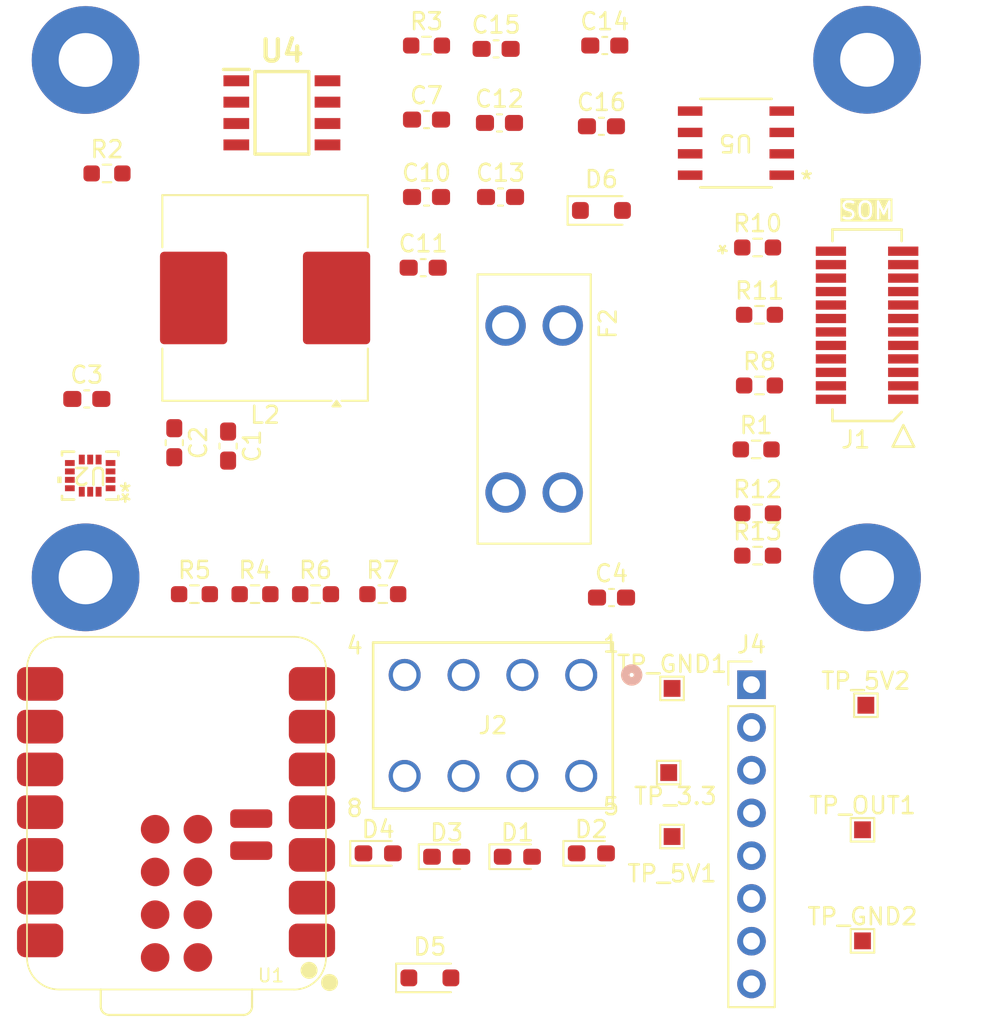
<source format=kicad_pcb>
(kicad_pcb (version 20241229) (generator "pcbnew") (generator_version "9.0")
  (layers (0 "F.Cu" signal) (2 "B.Cu" signal) (13 "F.Paste" user) (15 "B.Paste" user) (5 "F.SilkS" user "F.Silkscreen") (7 "B.SilkS" user "B.Silkscreen") (1 "F.Mask" user) (3 "B.Mask" user) (25 "Edge.Cuts" user))
  (net 0 "")
  (net 1 "+3.3V")
  (net 2 "GND")
  (net 3 "Net-(C4-Pad1)")
  (net 4 "+24V")
  (net 5 "Net-(U4-SS)")
  (net 6 "Net-(U4-COMP)")
  (net 7 "Net-(C12-Pad2)")
  (net 8 "Net-(D6-K)")
  (net 9 "Net-(U4-BOOT)")
  (net 10 "+5V")
  (net 11 "Net-(D1-K)")
  (net 12 "Net-(D2-K)")
  (net 13 "Net-(D3-K)")
  (net 14 "Net-(D4-K)")
  (net 15 "/XIAO_HEARTBEAT_LED")
  (net 16 "Net-(D5-K)")
  (net 17 "Net-(F2-Pad2)")
  (net 18 "/CAN_L")
  (net 19 "/IMU_SPI_CLK")
  (net 22 "/ESP_SPI_CLK")
  (net 23 "/ESP_SPI_MISO")
  (net 24 "/IMU_SPI_SS")
  (net 25 "/IMU_INT1")
  (net 26 "/ESP_SPI_MOSI")
  (net 27 "/EXTRA_GPIO1")
  (net 28 "/IMU_INT2")
  (net 32 "/CAN_H")
  (net 34 "/EXTRA_GPIO2")
  (net 36 "/IMU_SPI_MISO")
  (net 41 "/HALL_OUT")
  (net 42 "/ESP_SPI_SS")
  (net 48 "/24v to 5v convertor/ROSC")
  (net 49 "Net-(R10-Pad1)")
  (net 50 "Net-(R11-Pad1)")
  (net 51 "+5V_BUCK")
  (net 55 "/ESP_UART_TX")
  (net 64 "/ESP_UART_RX")
  (net 70 "/HALL_FEEDBACK")
  (net 71 "/IMU_SPI_MOSI")
  (footprint "ASM330LHHTR-IMU:LGA-14L_2P5X3X0P83_STM" (layer "F.Cu") (at 82.6 88.3563 180)
    (property "Reference" "U2" (at 0 0 180) (layer "F.SilkS"))
    (property "Value" "ASM330LHHTR")
    (fp_line (start 1.6764 1.4224) (end 1.6764 1.207015) (stroke (width 0.1524)) (layer "F.SilkS"))
    (fp_line (start 1.6764 -1.207015) (end 1.6764 -1.4224) (stroke (width 0.1524)) (layer "F.SilkS"))
    (fp_line (start 1.6764 -1.4224) (end 0.957013 -1.4224) (stroke (width 0.1524)) (layer "F.SilkS"))
    (fp_line (start 0.957013 1.4224) (end 1.6764 1.4224) (stroke (width 0.1524)) (layer "F.SilkS"))
    (fp_line (start -0.957013 -1.4224) (end -1.6764 -1.4224) (stroke (width 0.1524)) (layer "F.SilkS"))
    (fp_line (start -1.6764 1.4224) (end -0.957013 1.4224) (stroke (width 0.1524)) (layer "F.SilkS"))
    (fp_line (start -1.6764 1.207015) (end -1.6764 1.4224) (stroke (width 0.1524)) (layer "F.SilkS"))
    (fp_line (start -1.6764 -1.4224) (end -1.6764 -1.207015) (stroke (width 0.1524)) (layer "F.SilkS"))
    (fp_poly (pts (xy 1.9558 -0.4405) (xy 1.9558 -0.059499) (xy 1.7018 -0.059499) (xy 1.7018 -0.4405)) (fill yes) (layer "F.SilkS"))
    (fp_text user "*" (at -2.0828 -1 180) (layer "F.SilkS"))
    (fp_text user "*" (at -2.0828 -1 0) (layer "F.SilkS"))
    (pad "1" smd rect (at -1.2103 -0.750001 270) (size 0.351536 0.57658) (layers "F.Cu" "F.Mask" "F.Paste") (net 36 "/IMU_SPI_MISO"))
    (pad "2" smd rect (at -1.2103 -0.25 270) (size 0.351536 0.57658) (layers "F.Cu" "F.Mask" "F.Paste") (net 2 "GND"))
    (pad "3" smd rect (at -1.2103 0.25 270) (size 0.351536 0.57658) (layers "F.Cu" "F.Mask" "F.Paste") (net 2 "GND"))
    (pad "4" smd rect (at -1.2103 0.750001 270) (size 0.351536 0.57658) (layers "F.Cu" "F.Mask" "F.Paste") (net 25 "/IMU_INT1"))
    (pad "5" smd rect (at -0.499999 0.9563 180) (size 0.351536 0.57658) (layers "F.Cu" "F.Mask" "F.Paste") (net 1 "+3.3V"))
    (pad "6" smd rect (at 0 0.9563 180) (size 0.351536 0.57658) (layers "F.Cu" "F.Mask" "F.Paste") (net 2 "GND"))
    (pad "7" smd rect (at 0.499999 0.9563 180) (size 0.351536 0.57658) (layers "F.Cu" "F.Mask" "F.Paste") (net 2 "GND"))
    (pad "8" smd rect (at 1.2103 0.750001 270) (size 0.351536 0.57658) (layers "F.Cu" "F.Mask" "F.Paste") (net 1 "+3.3V"))
    (pad "9" smd rect (at 1.2103 0.25 270) (size 0.351536 0.57658) (layers "F.Cu" "F.Mask" "F.Paste") (net 28 "/IMU_INT2"))
    (pad "10" smd rect (at 1.2103 -0.25 270) (size 0.351536 0.57658) (layers "F.Cu" "F.Mask" "F.Paste"))
    (pad "11" smd rect (at 1.2103 -0.750001 270) (size 0.351536 0.57658) (layers "F.Cu" "F.Mask" "F.Paste"))
    (pad "12" smd rect (at 0.499999 -0.9563 180) (size 0.351536 0.57658) (layers "F.Cu" "F.Mask" "F.Paste") (net 24 "/IMU_SPI_SS"))
    (pad "13" smd rect (at 0 -0.9563 180) (size 0.351536 0.57658) (layers "F.Cu" "F.Mask" "F.Paste") (net 19 "/IMU_SPI_CLK"))
    (pad "14" smd rect (at -0.499999 -0.9563 180) (size 0.351536 0.57658) (layers "F.Cu" "F.Mask" "F.Paste") (net 71 "/IMU_SPI_MOSI"))
  )
  (footprint "Resistor_SMD:R_0603_1608Metric_Pad0.98x0.95mm_HandSolder" (layer "F.Cu") (at 96 95.4)
    (property "Reference" "R6" (at 0 -1.43 0) (layer "F.SilkS"))
    (property "Value" "1.5k")
    (fp_line (start -0.254724 -0.5225) (end 0.254724 -0.5225) (stroke (width 0.12)) (layer "F.SilkS"))
    (fp_line (start -0.254724 0.5225) (end 0.254724 0.5225) (stroke (width 0.12)) (layer "F.SilkS"))
    (pad "1" smd roundrect (at -0.9125 0) (size 0.975 0.95) (layers "F.Cu" "F.Mask" "F.Paste") (net 11 "Net-(D1-K)"))
    (pad "2" smd roundrect (at 0.9125 0) (size 0.975 0.95) (layers "F.Cu" "F.Mask" "F.Paste") (net 2 "GND"))
  )
  (footprint "Inductor_SMD:L_Coilcraft_MSS1246-XXX" (layer "F.Cu") (at 93 77.8 180)
    (property "Reference" "L2" (at 0 -6.95 0) (layer "F.SilkS"))
    (property "Value" "100uH")
    (fp_line (start 6.11 6.11) (end -6.11 6.11) (stroke (width 0.12)) (layer "F.SilkS"))
    (fp_line (start 6.11 3.01) (end 6.11 6.11) (stroke (width 0.12)) (layer "F.SilkS"))
    (fp_line (start 6.11 -6.11) (end 6.11 -3.01) (stroke (width 0.12)) (layer "F.SilkS"))
    (fp_line (start -3.953 -6.11) (end 6.11 -6.11) (stroke (width 0.12)) (layer "F.SilkS"))
    (fp_line (start -6.11 6.11) (end -6.11 3.01) (stroke (width 0.12)) (layer "F.SilkS"))
    (fp_line (start -6.11 -3.01) (end -6.11 -6.11) (stroke (width 0.12)) (layer "F.SilkS"))
    (fp_line (start -6.11 -6.11) (end -4.547 -6.11) (stroke (width 0.12)) (layer "F.SilkS"))
    (fp_poly (pts (xy -4.25 -6.11) (xy -4.49 -6.44) (xy -4.01 -6.44)) (stroke (width 0.12)) (fill yes) (layer "F.SilkS"))
    (pad "1" smd roundrect (at -4.25 0 180) (size 4 5.5) (layers "F.Cu" "F.Mask" "F.Paste") (roundrect_rratio 0.0625) (net 8 "Net-(D6-K)"))
    (pad "2" smd roundrect (at 4.25 0 180) (size 4 5.5) (layers "F.Cu" "F.Mask" "F.Paste") (roundrect_rratio 0.0625) (net 10 "+5V"))
  )
  (footprint "Resistor_SMD:R_0603_1608Metric_Pad0.98x0.95mm_HandSolder" (layer "F.Cu") (at 122.2875 74.8)
    (property "Reference" "R10" (at 0 -1.43 0) (layer "F.SilkS"))
    (property "Value" "10k")
    (fp_line (start -0.254724 -0.5225) (end 0.254724 -0.5225) (stroke (width 0.12)) (layer "F.SilkS"))
    (fp_line (start -0.254724 0.5225) (end 0.254724 0.5225) (stroke (width 0.12)) (layer "F.SilkS"))
    (pad "1" smd roundrect (at -0.9125 0) (size 0.975 0.95) (layers "F.Cu" "F.Mask" "F.Paste") (net 49 "Net-(R10-Pad1)"))
    (pad "2" smd roundrect (at 0.9125 0) (size 0.975 0.95) (layers "F.Cu" "F.Mask" "F.Paste") (net 19 "/IMU_SPI_CLK"))
  )
  (footprint "Resistor_SMD:R_0603_1608Metric_Pad0.98x0.95mm_HandSolder" (layer "F.Cu") (at 100 95.4)
    (property "Reference" "R7" (at 0 -1.43 0) (layer "F.SilkS"))
    (property "Value" "1.5k")
    (fp_line (start -0.254724 -0.5225) (end 0.254724 -0.5225) (stroke (width 0.12)) (layer "F.SilkS"))
    (fp_line (start -0.254724 0.5225) (end 0.254724 0.5225) (stroke (width 0.12)) (layer "F.SilkS"))
    (pad "1" smd roundrect (at -0.9125 0) (size 0.975 0.95) (layers "F.Cu" "F.Mask" "F.Paste") (net 12 "Net-(D2-K)"))
    (pad "2" smd roundrect (at 0.9125 0) (size 0.975 0.95) (layers "F.Cu" "F.Mask" "F.Paste") (net 2 "GND"))
  )
  (footprint "Resistor_SMD:R_0603_1608Metric_Pad0.98x0.95mm_HandSolder" (layer "F.Cu") (at 83.6 70.4)
    (property "Reference" "R2" (at 0 -1.43 0) (layer "F.SilkS"))
    (property "Value" "ROSC")
    (fp_line (start -0.254724 -0.5225) (end 0.254724 -0.5225) (stroke (width 0.12)) (layer "F.SilkS"))
    (fp_line (start -0.254724 0.5225) (end 0.254724 0.5225) (stroke (width 0.12)) (layer "F.SilkS"))
    (pad "1" smd roundrect (at -0.9125 0) (size 0.975 0.95) (layers "F.Cu" "F.Mask" "F.Paste") (net 48 "/24v to 5v convertor/ROSC"))
    (pad "2" smd roundrect (at 0.9125 0) (size 0.975 0.95) (layers "F.Cu" "F.Mask" "F.Paste") (net 2 "GND"))
  )
  (footprint "Resistor_SMD:R_0603_1608Metric_Pad0.98x0.95mm_HandSolder" (layer "F.Cu") (at 122.4 78.8)
    (property "Reference" "R11" (at 0 -1.43 0) (layer "F.SilkS"))
    (property "Value" "10k")
    (fp_line (start -0.254724 -0.5225) (end 0.254724 -0.5225) (stroke (width 0.12)) (layer "F.SilkS"))
    (fp_line (start -0.254724 0.5225) (end 0.254724 0.5225) (stroke (width 0.12)) (layer "F.SilkS"))
    (pad "1" smd roundrect (at -0.9125 0) (size 0.975 0.95) (layers "F.Cu" "F.Mask" "F.Paste") (net 50 "Net-(R11-Pad1)"))
    (pad "2" smd roundrect (at 0.9125 0) (size 0.975 0.95) (layers "F.Cu" "F.Mask" "F.Paste") (net 19 "/IMU_SPI_CLK"))
  )
  (footprint "Capacitor_SMD:C_0603_1608Metric_Pad1.08x0.95mm_HandSolder" (layer "F.Cu") (at 106.9375 67.4)
    (property "Reference" "C12" (at 0 -1.43 0) (layer "F.SilkS"))
    (property "Value" "3.3nF")
    (fp_line (start -0.146267 -0.51) (end 0.146267 -0.51) (stroke (width 0.12)) (layer "F.SilkS"))
    (fp_line (start -0.146267 0.51) (end 0.146267 0.51) (stroke (width 0.12)) (layer "F.SilkS"))
    (pad "1" smd roundrect (at -0.8625 0) (size 1.075 0.95) (layers "F.Cu" "F.Mask" "F.Paste") (net 6 "Net-(U4-COMP)"))
    (pad "2" smd roundrect (at 0.8625 0) (size 1.075 0.95) (layers "F.Cu" "F.Mask" "F.Paste") (net 7 "Net-(C12-Pad2)"))
  )
  (footprint "Capacitor_SMD:C_0603_1608Metric_Pad1.08x0.95mm_HandSolder" (layer "F.Cu") (at 106.7375 63)
    (property "Reference" "C15" (at 0 -1.43 0) (layer "F.SilkS"))
    (property "Value" "10uF")
    (fp_line (start -0.146267 -0.51) (end 0.146267 -0.51) (stroke (width 0.12)) (layer "F.SilkS"))
    (fp_line (start -0.146267 0.51) (end 0.146267 0.51) (stroke (width 0.12)) (layer "F.SilkS"))
    (pad "1" smd roundrect (at -0.8625 0) (size 1.075 0.95) (layers "F.Cu" "F.Mask" "F.Paste") (net 10 "+5V"))
    (pad "2" smd roundrect (at 0.8625 0) (size 1.075 0.95) (layers "F.Cu" "F.Mask" "F.Paste") (net 2 "GND"))
  )
  (footprint "Capacitor_SMD:C_0603_1608Metric_Pad1.08x0.95mm_HandSolder" (layer "F.Cu") (at 113.2 62.8)
    (property "Reference" "C14" (at 0 -1.43 0) (layer "F.SilkS"))
    (property "Value" "10uF")
    (fp_line (start -0.146267 -0.51) (end 0.146267 -0.51) (stroke (width 0.12)) (layer "F.SilkS"))
    (fp_line (start -0.146267 0.51) (end 0.146267 0.51) (stroke (width 0.12)) (layer "F.SilkS"))
    (pad "1" smd roundrect (at -0.8625 0) (size 1.075 0.95) (layers "F.Cu" "F.Mask" "F.Paste") (net 10 "+5V"))
    (pad "2" smd roundrect (at 0.8625 0) (size 1.075 0.95) (layers "F.Cu" "F.Mask" "F.Paste") (net 2 "GND"))
  )
  (footprint "TestPoint:TestPoint_Pad_1.0x1.0mm" (layer "F.Cu") (at 128.725 102)
    (property "Reference" "TP_5V2" (at 0 -1.448 0) (layer "F.SilkS"))
    (property "Value" "HallPad")
    (fp_line (start -0.7 -0.7) (end 0.7 -0.7) (stroke (width 0.12)) (layer "F.SilkS"))
    (fp_line (start -0.7 0.7) (end -0.7 -0.7) (stroke (width 0.12)) (layer "F.SilkS"))
    (fp_line (start 0.7 -0.7) (end 0.7 0.7) (stroke (width 0.12)) (layer "F.SilkS"))
    (fp_line (start 0.7 0.7) (end -0.7 0.7) (stroke (width 0.12)) (layer "F.SilkS"))
    (pad "1" smd rect (at 0 0) (size 1 1) (layers "F.Cu" "F.Mask") (net 17 "Net-(F2-Pad2)"))
  )
  (footprint "Resistor_SMD:R_0603_1608Metric_Pad0.98x0.95mm_HandSolder" (layer "F.Cu") (at 122.2 86.8)
    (property "Reference" "R1" (at 0 -1.43 0) (layer "F.SilkS"))
    (property "Value" "10k")
    (fp_line (start -0.254724 -0.5225) (end 0.254724 -0.5225) (stroke (width 0.12)) (layer "F.SilkS"))
    (fp_line (start -0.254724 0.5225) (end 0.254724 0.5225) (stroke (width 0.12)) (layer "F.SilkS"))
    (pad "1" smd roundrect (at -0.9125 0) (size 0.975 0.95) (layers "F.Cu" "F.Mask" "F.Paste") (net 25 "/IMU_INT1"))
    (pad "2" smd roundrect (at 0.9125 0) (size 0.975 0.95) (layers "F.Cu" "F.Mask" "F.Paste") (net 2 "GND"))
  )
  (footprint "Resistor_SMD:R_0603_1608Metric_Pad0.98x0.95mm_HandSolder" (layer "F.Cu") (at 122.4 83)
    (property "Reference" "R8" (at 0 -1.43 0) (layer "F.SilkS"))
    (property "Value" "10k")
    (fp_line (start -0.254724 -0.5225) (end 0.254724 -0.5225) (stroke (width 0.12)) (layer "F.SilkS"))
    (fp_line (start -0.254724 0.5225) (end 0.254724 0.5225) (stroke (width 0.12)) (layer "F.SilkS"))
    (pad "1" smd roundrect (at -0.9125 0) (size 0.975 0.95) (layers "F.Cu" "F.Mask" "F.Paste") (net 28 "/IMU_INT2"))
    (pad "2" smd roundrect (at 0.9125 0) (size 0.975 0.95) (layers "F.Cu" "F.Mask" "F.Paste") (net 2 "GND"))
  )
  (footprint "Resistor_SMD:R_0603_1608Metric_Pad0.98x0.95mm_HandSolder" (layer "F.Cu") (at 88.8 95.4)
    (property "Reference" "R5" (at 0 -1.43 0) (layer "F.SilkS"))
    (property "Value" "1.5k")
    (fp_line (start -0.254724 -0.5225) (end 0.254724 -0.5225) (stroke (width 0.12)) (layer "F.SilkS"))
    (fp_line (start -0.254724 0.5225) (end 0.254724 0.5225) (stroke (width 0.12)) (layer "F.SilkS"))
    (pad "1" smd roundrect (at -0.9125 0) (size 0.975 0.95) (layers "F.Cu" "F.Mask" "F.Paste") (net 14 "Net-(D4-K)"))
    (pad "2" smd roundrect (at 0.9125 0) (size 0.975 0.95) (layers "F.Cu" "F.Mask" "F.Paste") (net 2 "GND"))
  )
  (footprint "TestPoint:TestPoint_Pad_1.0x1.0mm" (layer "F.Cu") (at 128.525 109.4)
    (property "Reference" "TP_OUT1" (at 0 -1.448 0) (layer "F.SilkS"))
    (property "Value" "HallPad")
    (fp_line (start -0.7 -0.7) (end 0.7 -0.7) (stroke (width 0.12)) (layer "F.SilkS"))
    (fp_line (start -0.7 0.7) (end -0.7 -0.7) (stroke (width 0.12)) (layer "F.SilkS"))
    (fp_line (start 0.7 -0.7) (end 0.7 0.7) (stroke (width 0.12)) (layer "F.SilkS"))
    (fp_line (start 0.7 0.7) (end -0.7 0.7) (stroke (width 0.12)) (layer "F.SilkS"))
    (pad "1" smd rect (at 0 0) (size 1 1) (layers "F.Cu" "F.Mask") (net 41 "/HALL_OUT"))
  )
  (footprint "TLV9002QDRQ1:SOIC8_D_TEX" (layer "F.Cu") (at 121 68.6 180)
    (property "Reference" "U5" (at 0 0 180) (layer "F.SilkS"))
    (property "Value" "TLV9002QDRQ1")
    (fp_line (start 2.1209 -2.6289) (end -2.1209 -2.6289) (stroke (width 0.1524)) (layer "F.SilkS"))
    (fp_line (start -2.1209 2.6289) (end 2.1209 2.6289) (stroke (width 0.1524)) (layer "F.SilkS"))
    (pad "1" smd rect (at -2.72415 -1.905 180) (size 1.4605 0.5588) (layers "F.Cu" "F.Mask" "F.Paste") (net 70 "/HALL_FEEDBACK"))
    (pad "2" smd rect (at -2.72415 -0.635 180) (size 1.4605 0.5588) (layers "F.Cu" "F.Mask" "F.Paste") (net 41 "/HALL_OUT"))
    (pad "3" smd rect (at -2.72415 0.635 180) (size 1.4605 0.5588) (layers "F.Cu" "F.Mask" "F.Paste"))
    (pad "4" smd rect (at -2.72415 1.905 180) (size 1.4605 0.5588) (layers "F.Cu" "F.Mask" "F.Paste"))
    (pad "5" smd rect (at 2.72415 1.905 180) (size 1.4605 0.5588) (layers "F.Cu" "F.Mask" "F.Paste") (net 70 "/HALL_FEEDBACK"))
    (pad "6" smd rect (at 2.72415 0.635 180) (size 1.4605 0.5588) (layers "F.Cu" "F.Mask" "F.Paste"))
    (pad "7" smd rect (at 2.72415 -0.635 180) (size 1.4605 0.5588) (layers "F.Cu" "F.Mask" "F.Paste") (net 2 "GND"))
    (pad "8" smd rect (at 2.72415 -1.905 180) (size 1.4605 0.5588) (layers "F.Cu" "F.Mask" "F.Paste") (net 1 "+3.3V"))
  )
  (footprint "TestPoint:TestPoint_Pad_1.0x1.0mm" (layer "F.Cu") (at 117.2 101)
    (property "Reference" "TP_GND1" (at 0 -1.448 0) (layer "F.SilkS"))
    (property "Value" "TestPoint" (hide yes))
    (fp_line (start -0.7 -0.7) (end 0.7 -0.7) (stroke (width 0.12)) (layer "F.SilkS"))
    (fp_line (start -0.7 0.7) (end -0.7 -0.7) (stroke (width 0.12)) (layer "F.SilkS"))
    (fp_line (start 0.7 -0.7) (end 0.7 0.7) (stroke (width 0.12)) (layer "F.SilkS"))
    (fp_line (start 0.7 0.7) (end -0.7 0.7) (stroke (width 0.12)) (layer "F.SilkS"))
    (pad "1" smd rect (at 0 0) (size 1 1) (layers "F.Cu" "F.Mask") (net 2 "GND"))
  )
  (footprint "Capacitor_SMD:C_0603_1608Metric_Pad1.08x0.95mm_HandSolder" (layer "F.Cu") (at 87.6 86.4 -90)
    (property "Reference" "C2" (at 0 -1.43 90) (layer "F.SilkS"))
    (property "Value" "100nf")
    (fp_line (start -0.146267 0.51) (end 0.146267 0.51) (stroke (width 0.12)) (layer "F.SilkS"))
    (fp_line (start -0.146267 -0.51) (end 0.146267 -0.51) (stroke (width 0.12)) (layer "F.SilkS"))
    (pad "1" smd roundrect (at -0.8625 0 270) (size 1.075 0.95) (layers "F.Cu" "F.Mask" "F.Paste") (net 1 "+3.3V"))
    (pad "2" smd roundrect (at 0.8625 0 270) (size 1.075 0.95) (layers "F.Cu" "F.Mask" "F.Paste") (net 2 "GND"))
  )
  (footprint "TestPoint:TestPoint_Pad_1.0x1.0mm" (layer "F.Cu") (at 117.2 109.8)
    (property "Reference" "TP_5V1" (at 0 2.2 0) (layer "F.SilkS"))
    (property "Value" "TestPoint" (hide yes))
    (fp_line (start -0.7 -0.7) (end 0.7 -0.7) (stroke (width 0.12)) (layer "F.SilkS"))
    (fp_line (start -0.7 0.7) (end -0.7 -0.7) (stroke (width 0.12)) (layer "F.SilkS"))
    (fp_line (start 0.7 -0.7) (end 0.7 0.7) (stroke (width 0.12)) (layer "F.SilkS"))
    (fp_line (start 0.7 0.7) (end -0.7 0.7) (stroke (width 0.12)) (layer "F.SilkS"))
    (pad "1" smd rect (at 0 0) (size 1 1) (layers "F.Cu" "F.Mask") (net 10 "+5V"))
  )
  (footprint "Diode_SMD:D_SOD-323_HandSoldering" (layer "F.Cu") (at 113 72.6)
    (property "Reference" "D6" (at 0 -1.85 0) (layer "F.SilkS"))
    (property "Value" "MBR230S1F")
    (fp_line (start -2.01 -0.85) (end -2.01 0.85) (stroke (width 0.12)) (layer "F.SilkS"))
    (fp_line (start -2.01 -0.85) (end 1.25 -0.85) (stroke (width 0.12)) (layer "F.SilkS"))
    (fp_line (start -2.01 0.85) (end 1.25 0.85) (stroke (width 0.12)) (layer "F.SilkS"))
    (pad "1" smd roundrect (at -1.25 0) (size 1 1) (layers "F.Cu" "F.Mask" "F.Paste") (net 8 "Net-(D6-K)"))
    (pad "2" smd roundrect (at 1.25 0) (size 1 1) (layers "F.Cu" "F.Mask" "F.Paste") (net 2 "GND"))
  )
  (footprint "UTSVT_Connectors:PeripheralSOM" (layer "F.Cu") (at 128.795 79.42 -90)
    (property "Reference" "J1" (at 6.8 0.67 0) (layer "F.SilkS"))
    (property "Value" "53307-2471")
    (fp_line (start -5.6896 2.0574) (end -5.6896 -2.0574) (stroke (width 0.1524)) (layer "F.SilkS"))
    (fp_line (start -5.0038 2.0574) (end -5.6896 2.0574) (stroke (width 0.1524)) (layer "F.SilkS"))
    (fp_line (start 5.6896 2.0574) (end 5.0038 2.0574) (stroke (width 0.1524)) (layer "F.SilkS"))
    (fp_line (start 7.2136 -1.524) (end 5.9436 -2.159) (stroke (width 0.1524)) (layer "F.SilkS"))
    (fp_line (start 5.6896 -1.5494) (end 5.6896 2.0574) (stroke (width 0.1524)) (layer "F.SilkS"))
    (fp_line (start -5.6896 -2.0574) (end -5.0038 -2.0574) (stroke (width 0.1524)) (layer "F.SilkS"))
    (fp_line (start 5.1562 -2.0574) (end 5.6896 -1.5494) (stroke (width 0.1524)) (layer "F.SilkS"))
    (fp_line (start 5.9436 -2.159) (end 7.2136 -2.794) (stroke (width 0.1524)) (layer "F.SilkS"))
    (fp_line (start 7.2136 -2.794) (end 7.2136 -1.524) (stroke (width 0.1524)) (layer "F.SilkS"))
    (fp_text user "SOM" (at -6.22 1.68 0) (layer "F.SilkS" knockout) (effects (justify left bottom)))
    (pad "1" smd rect (at 4.4 -2.15 270) (size 0.55 1.8) (layers "F.Cu" "F.Mask" "F.Paste") (net 2 "GND"))
    (pad "2" smd rect (at 4.4 2.15 270) (size 0.55 1.8) (layers "F.Cu" "F.Mask" "F.Paste") (net 1 "+3.3V"))
    (pad "3" smd rect (at 3.6 -2.15 270) (size 0.55 1.8) (layers "F.Cu" "F.Mask" "F.Paste") (net 2 "GND"))
    (pad "4" smd rect (at 3.6 2.15 270) (size 0.55 1.8) (layers "F.Cu" "F.Mask" "F.Paste") (net 64 "/ESP_UART_RX"))
    (pad "5" smd rect (at 2.8 -2.15 270) (size 0.55 1.8) (layers "F.Cu" "F.Mask" "F.Paste") (net 2 "GND"))
    (pad "6" smd rect (at 2.8 2.15 270) (size 0.55 1.8) (layers "F.Cu" "F.Mask" "F.Paste") (net 55 "/ESP_UART_TX"))
    (pad "7" smd rect (at 2 -2.15 270) (size 0.55 1.8) (layers "F.Cu" "F.Mask" "F.Paste") (net 27 "/EXTRA_GPIO1"))
    (pad "8" smd rect (at 2 2.15 270) (size 0.55 1.8) (layers "F.Cu" "F.Mask" "F.Paste") (net 1 "+3.3V"))
    (pad "9" smd rect (at 1.2 -2.15 270) (size 0.55 1.8) (layers "F.Cu" "F.Mask" "F.Paste") (net 34 "/EXTRA_GPIO2"))
    (pad "10" smd rect (at 1.2 2.15 270) (size 0.55 1.8) (layers "F.Cu" "F.Mask" "F.Paste") (net 2 "GND"))
    (pad "11" smd rect (at 0.400003 -2.15 270) (size 0.55 1.8) (layers "F.Cu" "F.Mask" "F.Paste") (net 41 "/HALL_OUT"))
    (pad "12" smd rect (at 0.400003 2.15 270) (size 0.55 1.8) (layers "F.Cu" "F.Mask" "F.Paste") (net 42 "/ESP_SPI_SS"))
    (pad "13" smd rect (at -0.4 -2.15 270) (size 0.55 1.8) (layers "F.Cu" "F.Mask" "F.Paste") (net 25 "/IMU_INT1"))
    (pad "14" smd rect (at -0.4 2.15 270) (size 0.55 1.8) (layers "F.Cu" "F.Mask" "F.Paste") (net 23 "/ESP_SPI_MISO"))
    (pad "15" smd rect (at -1.2 -2.15 270) (size 0.55 1.8) (layers "F.Cu" "F.Mask" "F.Paste") (net 28 "/IMU_INT2"))
    (pad "16" smd rect (at -1.2 2.15 270) (size 0.55 1.8) (layers "F.Cu" "F.Mask" "F.Paste") (net 26 "/ESP_SPI_MOSI"))
    (pad "17" smd rect (at -2 -2.15 270) (size 0.55 1.8) (layers "F.Cu" "F.Mask" "F.Paste") (net 71 "/IMU_SPI_MOSI"))
    (pad "18" smd rect (at -2 2.15 270) (size 0.55 1.8) (layers "F.Cu" "F.Mask" "F.Paste") (net 22 "/ESP_SPI_CLK"))
    (pad "19" smd rect (at -2.8 -2.15 270) (size 0.55 1.8) (layers "F.Cu" "F.Mask" "F.Paste") (net 24 "/IMU_SPI_SS"))
    (pad "20" smd rect (at -2.8 2.15 270) (size 0.55 1.8) (layers "F.Cu" "F.Mask" "F.Paste") (net 18 "/CAN_L"))
    (pad "21" smd rect (at -3.6 -2.15 270) (size 0.55 1.8) (layers "F.Cu" "F.Mask" "F.Paste") (net 36 "/IMU_SPI_MISO"))
    (pad "22" smd rect (at -3.6 2.15 270) (size 0.55 1.8) (layers "F.Cu" "F.Mask" "F.Paste") (net 32 "/CAN_H"))
    (pad "23" smd rect (at -4.4 -2.15 270) (size 0.55 1.8) (layers "F.Cu" "F.Mask" "F.Paste") (net 19 "/IMU_SPI_CLK"))
    (pad "24" smd rect (at -4.4 2.15 270) (size 0.55 1.8) (layers "F.Cu" "F.Mask" "F.Paste") (net 4 "+24V"))
    (pad "25" thru_hole circle (at -15.77 0 270) (size 3.6 3.6) (drill 3.2) (layers "*.Cu" "*.Mask"))
    (pad "25" connect circle (at -15.77 0 270) (size 6.4 6.4) (layers "F.Cu" "F.Mask"))
    (pad "25" connect circle (at -15.77 0 270) (size 6.4 6.4) (layers "B.Cu" "B.Mask"))
    (pad "26" thru_hole circle (at 14.98 0 270) (size 3.6 3.6) (drill 3.2) (layers "*.Cu" "*.Mask"))
    (pad "26" connect circle (at 14.98 0 270) (size 6.4 6.4) (layers "F.Cu" "F.Mask"))
    (pad "26" connect circle (at 14.98 0 270) (size 6.4 6.4) (layers "B.Cu" "B.Mask"))
    (pad "27" thru_hole circle (at 14.98 46.47 270) (size 3.6 3.6) (drill 3.2) (layers "*.Cu" "*.Mask"))
    (pad "27" connect circle (at 14.98 46.47 270) (size 6.4 6.4) (layers "F.Cu" "F.Mask"))
    (pad "27" connect circle (at 14.98 46.47 270) (size 6.4 6.4) (layers "B.Cu" "B.Mask"))
    (pad "28" thru_hole circle (at -15.76 46.47 270) (size 3.6 3.6) (drill 3.2) (layers "*.Cu" "*.Mask"))
    (pad "28" connect circle (at -15.76 46.47 270) (size 6.4 6.4) (layers "F.Cu" "F.Mask"))
    (pad "28" connect circle (at -15.76 46.47 270) (size 6.4 6.4) (layers "B.Cu" "B.Mask"))
  )
  (footprint "Capacitor_SMD:C_0603_1608Metric_Pad1.08x0.95mm_HandSolder" (layer "F.Cu") (at 82.4 83.8)
    (property "Reference" "C3" (at 0 -1.43 0) (layer "F.SilkS"))
    (property "Value" "100nf")
    (fp_line (start -0.146267 -0.51) (end 0.146267 -0.51) (stroke (width 0.12)) (layer "F.SilkS"))
    (fp_line (start -0.146267 0.51) (end 0.146267 0.51) (stroke (width 0.12)) (layer "F.SilkS"))
    (pad "1" smd roundrect (at -0.8625 0) (size 1.075 0.95) (layers "F.Cu" "F.Mask" "F.Paste") (net 1 "+3.3V"))
    (pad "2" smd roundrect (at 0.8625 0) (size 1.075 0.95) (layers "F.Cu" "F.Mask" "F.Paste") (net 2 "GND"))
  )
  (footprint "Capacitor_SMD:C_0603_1608Metric_Pad1.08x0.95mm_HandSolder" (layer "F.Cu") (at 102.6 67.2)
    (property "Reference" "C7" (at 0 -1.43 0) (layer "F.SilkS"))
    (property "Value" "10uF")
    (fp_line (start -0.146267 -0.51) (end 0.146267 -0.51) (stroke (width 0.12)) (layer "F.SilkS"))
    (fp_line (start -0.146267 0.51) (end 0.146267 0.51) (stroke (width 0.12)) (layer "F.SilkS"))
    (pad "1" smd roundrect (at -0.8625 0) (size 1.075 0.95) (layers "F.Cu" "F.Mask" "F.Paste") (net 4 "+24V"))
    (pad "2" smd roundrect (at 0.8625 0) (size 1.075 0.95) (layers "F.Cu" "F.Mask" "F.Paste") (net 2 "GND"))
  )
  (footprint "LED_SMD:LED_0603_1608Metric_Pad1.05x0.95mm_HandSolder" (layer "F.Cu") (at 112.4 110.8)
    (property "Reference" "D2" (at 0 -1.43 0) (layer "F.SilkS"))
    (property "Value" "LED")
    (fp_line (start -1.66 -0.735) (end -1.66 0.735) (stroke (width 0.12)) (layer "F.SilkS"))
    (fp_line (start -1.66 0.735) (end 0.8 0.735) (stroke (width 0.12)) (layer "F.SilkS"))
    (fp_line (start 0.8 -0.735) (end -1.66 -0.735) (stroke (width 0.12)) (layer "F.SilkS"))
    (pad "1" smd roundrect (at -0.875 0) (size 1.05 0.95) (layers "F.Cu" "F.Mask" "F.Paste") (net 12 "Net-(D2-K)"))
    (pad "2" smd roundrect (at 0.875 0) (size 1.05 0.95) (layers "F.Cu" "F.Mask" "F.Paste") (net 1 "+3.3V"))
  )
  (footprint "Capacitor_SMD:C_0603_1608Metric_Pad1.08x0.95mm_HandSolder" (layer "F.Cu") (at 102.6 71.8)
    (property "Reference" "C10" (at 0 -1.43 0) (layer "F.SilkS"))
    (property "Value" "1uF")
    (fp_line (start -0.146267 -0.51) (end 0.146267 -0.51) (stroke (width 0.12)) (layer "F.SilkS"))
    (fp_line (start -0.146267 0.51) (end 0.146267 0.51) (stroke (width 0.12)) (layer "F.SilkS"))
    (pad "1" smd roundrect (at -0.8625 0) (size 1.075 0.95) (layers "F.Cu" "F.Mask" "F.Paste") (net 4 "+24V"))
    (pad "2" smd roundrect (at 0.8625 0) (size 1.075 0.95) (layers "F.Cu" "F.Mask" "F.Paste") (net 2 "GND"))
  )
  (footprint "Resistor_SMD:R_0603_1608Metric_Pad0.98x0.95mm_HandSolder" (layer "F.Cu") (at 92.4 95.4)
    (property "Reference" "R4" (at 0 -1.43 0) (layer "F.SilkS"))
    (property "Value" "1.5k")
    (fp_line (start -0.254724 -0.5225) (end 0.254724 -0.5225) (stroke (width 0.12)) (layer "F.SilkS"))
    (fp_line (start -0.254724 0.5225) (end 0.254724 0.5225) (stroke (width 0.12)) (layer "F.SilkS"))
    (pad "1" smd roundrect (at -0.9125 0) (size 0.975 0.95) (layers "F.Cu" "F.Mask" "F.Paste") (net 13 "Net-(D3-K)"))
    (pad "2" smd roundrect (at 0.9125 0) (size 0.975 0.95) (layers "F.Cu" "F.Mask" "F.Paste") (net 2 "GND"))
  )
  (footprint "TestPoint:TestPoint_Pad_1.0x1.0mm" (layer "F.Cu") (at 117 106)
    (property "Reference" "TP_3.3" (at 0.4 1.4 0) (layer "F.SilkS"))
    (property "Value" "TestPoint" (hide yes))
    (fp_line (start -0.7 -0.7) (end 0.7 -0.7) (stroke (width 0.12)) (layer "F.SilkS"))
    (fp_line (start -0.7 0.7) (end -0.7 -0.7) (stroke (width 0.12)) (layer "F.SilkS"))
    (fp_line (start 0.7 -0.7) (end 0.7 0.7) (stroke (width 0.12)) (layer "F.SilkS"))
    (fp_line (start 0.7 0.7) (end -0.7 0.7) (stroke (width 0.12)) (layer "F.SilkS"))
    (pad "1" smd rect (at 0 0) (size 1 1) (layers "F.Cu" "F.Mask") (net 1 "+3.3V"))
  )
  (footprint "Capacitor_SMD:C_0603_1608Metric_Pad1.08x0.95mm_HandSolder" (layer "F.Cu") (at 107 71.8)
    (property "Reference" "C13" (at 0 -1.43 0) (layer "F.SilkS"))
    (property "Value" "0.1uF")
    (fp_line (start -0.146267 -0.51) (end 0.146267 -0.51) (stroke (width 0.12)) (layer "F.SilkS"))
    (fp_line (start -0.146267 0.51) (end 0.146267 0.51) (stroke (width 0.12)) (layer "F.SilkS"))
    (pad "1" smd roundrect (at -0.8625 0) (size 1.075 0.95) (layers "F.Cu" "F.Mask" "F.Paste") (net 9 "Net-(U4-BOOT)"))
    (pad "2" smd roundrect (at 0.8625 0) (size 1.075 0.95) (layers "F.Cu" "F.Mask" "F.Paste") (net 8 "Net-(D6-K)"))
  )
  (footprint "LED_SMD:LED_0603_1608Metric_Pad1.05x0.95mm_HandSolder" (layer "F.Cu") (at 108 111)
    (property "Reference" "D1" (at 0 -1.43 0) (layer "F.SilkS"))
    (property "Value" "LED")
    (fp_line (start -1.66 -0.735) (end -1.66 0.735) (stroke (width 0.12)) (layer "F.SilkS"))
    (fp_line (start -1.66 0.735) (end 0.8 0.735) (stroke (width 0.12)) (layer "F.SilkS"))
    (fp_line (start 0.8 -0.735) (end -1.66 -0.735) (stroke (width 0.12)) (layer "F.SilkS"))
    (pad "1" smd roundrect (at -0.875 0) (size 1.05 0.95) (layers "F.Cu" "F.Mask" "F.Paste") (net 11 "Net-(D1-K)"))
    (pad "2" smd roundrect (at 0.875 0) (size 1.05 0.95) (layers "F.Cu" "F.Mask" "F.Paste") (net 4 "+24V"))
  )
  (footprint "Capacitor_SMD:C_0603_1608Metric_Pad1.08x0.95mm_HandSolder" (layer "F.Cu") (at 113.6 95.6)
    (property "Reference" "C4" (at 0 -1.43 0) (layer "F.SilkS"))
    (property "Value" "100nf")
    (fp_line (start -0.146267 -0.51) (end 0.146267 -0.51) (stroke (width 0.12)) (layer "F.SilkS"))
    (fp_line (start -0.146267 0.51) (end 0.146267 0.51) (stroke (width 0.12)) (layer "F.SilkS"))
    (pad "1" smd roundrect (at -0.8625 0) (size 1.075 0.95) (layers "F.Cu" "F.Mask" "F.Paste") (net 3 "Net-(C4-Pad1)"))
    (pad "2" smd roundrect (at 0.8625 0) (size 1.075 0.95) (layers "F.Cu" "F.Mask" "F.Paste") (net 2 "GND"))
  )
  (footprint "UTSVT_Connectors:CONN_SD-75757-002_2X04_F16p09_MOL" (layer "F.Cu") (at 106.549998 103.2)
    (property "Reference" "J2" (at 0 0 0) (layer "F.SilkS"))
    (property "Value" "MX150_02x04_Vertical")
    (fp_line (start -7.1247 -4.9276) (end -7.1247 4.9276) (stroke (width 0.1524)) (layer "F.SilkS"))
    (fp_line (start -7.1247 4.9276) (end 7.1247 4.9276) (stroke (width 0.1524)) (layer "F.SilkS"))
    (fp_line (start 7.1247 -4.9276) (end -7.1247 -4.9276) (stroke (width 0.1524)) (layer "F.SilkS"))
    (fp_line (start 7.1247 4.9276) (end 7.1247 -4.9276) (stroke (width 0.1524)) (layer "F.SilkS"))
    (fp_circle (center 8.25 -3.000002) (end 8.631 -3.000002) (stroke (width 0.508)) (fill no) (layer "F.SilkS"))
    (fp_circle (center 8.25 -3.000002) (end 8.631 -3.000002) (stroke (width 0.508)) (fill no) (layer "B.SilkS"))
    (fp_text user "1\n\n\n\n\n\n5" (at 6.450002 5.4 0) (layer "F.SilkS") (effects (justify left bottom)))
    (fp_text user "4\n\n\n\n\n\n8" (at -8.8 5.5 0) (layer "F.SilkS") (effects (justify left bottom)))
    (pad "1" thru_hole circle (at 5.250002 -3.000002) (size 1.905 1.905) (drill 1.397) (layers "*.Cu" "*.Mask") (net 4 "+24V"))
    (pad "2" thru_hole circle (at 1.750001 -3.000002) (size 1.905 1.905) (drill 1.397) (layers "*.Cu" "*.Mask") (net 32 "/CAN_H"))
    (pad "3" thru_hole circle (at -1.749999 -3.000002) (size 1.905 1.905) (drill 1.397) (layers "*.Cu" "*.Mask") (net 18 "/CAN_L"))
    (pad "4" thru_hole circle (at -5.25 -3.000002) (size 1.905 1.905) (drill 1.397) (layers "*.Cu" "*.Mask"))
    (pad "5" thru_hole circle (at 5.250002 3.000001) (size 1.905 1.905) (drill 1.397) (layers "*.Cu" "*.Mask") (net 2 "GND"))
    (pad "6" thru_hole circle (at 1.750001 3.000001) (size 1.905 1.905) (drill 1.397) (layers "*.Cu" "*.Mask"))
    (pad "7" thru_hole circle (at -1.749999 3.000001) (size 1.905 1.905) (drill 1.397) (layers "*.Cu" "*.Mask"))
    (pad "8" thru_hole circle (at -5.25 3.000001) (size 1.905 1.905) (drill 1.397) (layers "*.Cu" "*.Mask"))
  )
  (footprint "Connector_PinHeader_2.54mm:PinHeader_1x08_P2.54mm_Vertical" (layer "F.Cu") (at 121.925 100.78)
    (property "Reference" "J4" (at 0 -2.38 0) (layer "F.SilkS"))
    (property "Value" "Conn_01x08_Socket" (hide yes))
    (fp_line (start -1.38 -1.38) (end 0 -1.38) (stroke (width 0.12)) (layer "F.SilkS"))
    (fp_line (start -1.38 0) (end -1.38 -1.38) (stroke (width 0.12)) (layer "F.SilkS"))
    (fp_line (start -1.38 1.27) (end -1.38 19.16) (stroke (width 0.12)) (layer "F.SilkS"))
    (fp_line (start -1.38 1.27) (end 1.38 1.27) (stroke (width 0.12)) (layer "F.SilkS"))
    (fp_line (start -1.38 19.16) (end 1.38 19.16) (stroke (width 0.12)) (layer "F.SilkS"))
    (fp_line (start 1.38 1.27) (end 1.38 19.16) (stroke (width 0.12)) (layer "F.SilkS"))
    (pad "1" thru_hole rect (at 0 0) (size 1.7 1.7) (drill 1) (layers "*.Cu" "*.Mask") (net 42 "/ESP_SPI_SS"))
    (pad "2" thru_hole circle (at 0 2.54) (size 1.7 1.7) (drill 1) (layers "*.Cu" "*.Mask") (net 22 "/ESP_SPI_CLK"))
    (pad "3" thru_hole circle (at 0 5.08) (size 1.7 1.7) (drill 1) (layers "*.Cu" "*.Mask") (net 26 "/ESP_SPI_MOSI"))
    (pad "4" thru_hole circle (at 0 7.62) (size 1.7 1.7) (drill 1) (layers "*.Cu" "*.Mask") (net 23 "/ESP_SPI_MISO"))
    (pad "5" thru_hole circle (at 0 10.16) (size 1.7 1.7) (drill 1) (layers "*.Cu" "*.Mask") (net 24 "/IMU_SPI_SS"))
    (pad "6" thru_hole circle (at 0 12.7) (size 1.7 1.7) (drill 1) (layers "*.Cu" "*.Mask") (net 19 "/IMU_SPI_CLK"))
    (pad "7" thru_hole circle (at 0 15.24) (size 1.7 1.7) (drill 1) (layers "*.Cu" "*.Mask") (net 71 "/IMU_SPI_MOSI"))
    (pad "8" thru_hole circle (at 0 17.78) (size 1.7 1.7) (drill 1) (layers "*.Cu" "*.Mask") (net 36 "/IMU_SPI_MISO"))
  )
  (footprint "Resistor_SMD:R_0603_1608Metric_Pad0.98x0.95mm_HandSolder" (layer "F.Cu") (at 122.2875 90.6)
    (property "Reference" "R12" (at 0 -1.43 0) (layer "F.SilkS"))
    (property "Value" "0")
    (fp_line (start -0.254724 -0.5225) (end 0.254724 -0.5225) (stroke (width 0.12)) (layer "F.SilkS"))
    (fp_line (start -0.254724 0.5225) (end 0.254724 0.5225) (stroke (width 0.12)) (layer "F.SilkS"))
    (pad "1" smd roundrect (at -0.9125 0) (size 0.975 0.95) (layers "F.Cu" "F.Mask" "F.Paste") (net 49 "Net-(R10-Pad1)"))
    (pad "2" smd roundrect (at 0.9125 0) (size 0.975 0.95) (layers "F.Cu" "F.Mask" "F.Paste") (net 1 "+3.3V"))
  )
  (footprint "Capacitor_SMD:C_0603_1608Metric_Pad1.08x0.95mm_HandSolder" (layer "F.Cu") (at 113 67.6)
    (property "Reference" "C16" (at 0 -1.43 0) (layer "F.SilkS"))
    (property "Value" "10uF")
    (fp_line (start -0.146267 -0.51) (end 0.146267 -0.51) (stroke (width 0.12)) (layer "F.SilkS"))
    (fp_line (start -0.146267 0.51) (end 0.146267 0.51) (stroke (width 0.12)) (layer "F.SilkS"))
    (pad "1" smd roundrect (at -0.8625 0) (size 1.075 0.95) (layers "F.Cu" "F.Mask" "F.Paste") (net 10 "+5V"))
    (pad "2" smd roundrect (at 0.8625 0) (size 1.075 0.95) (layers "F.Cu" "F.Mask" "F.Paste") (net 2 "GND"))
  )
  (footprint "Capacitor_SMD:C_0603_1608Metric_Pad1.08x0.95mm_HandSolder" (layer "F.Cu") (at 102.4 76)
    (property "Reference" "C11" (at 0 -1.43 0) (layer "F.SilkS"))
    (property "Value" "10nF")
    (fp_line (start -0.146267 -0.51) (end 0.146267 -0.51) (stroke (width 0.12)) (layer "F.SilkS"))
    (fp_line (start -0.146267 0.51) (end 0.146267 0.51) (stroke (width 0.12)) (layer "F.SilkS"))
    (pad "1" smd roundrect (at -0.8625 0) (size 1.075 0.95) (layers "F.Cu" "F.Mask" "F.Paste") (net 5 "Net-(U4-SS)"))
    (pad "2" smd roundrect (at 0.8625 0) (size 1.075 0.95) (layers "F.Cu" "F.Mask" "F.Paste") (net 2 "GND"))
  )
  (footprint "Diode_SMD:D_SOD-323_HandSoldering" (layer "F.Cu") (at 102.8 118.2)
    (property "Reference" "D5" (at 0 -1.85 0) (layer "F.SilkS"))
    (property "Value" "MBR0520")
    (fp_line (start -2.01 -0.85) (end -2.01 0.85) (stroke (width 0.12)) (layer "F.SilkS"))
    (fp_line (start -2.01 -0.85) (end 1.25 -0.85) (stroke (width 0.12)) (layer "F.SilkS"))
    (fp_line (start -2.01 0.85) (end 1.25 0.85) (stroke (width 0.12)) (layer "F.SilkS"))
    (pad "1" smd roundrect (at -1.25 0) (size 1 1) (layers "F.Cu" "F.Mask" "F.Paste") (net 16 "Net-(D5-K)"))
    (pad "2" smd roundrect (at 1.25 0) (size 1 1) (layers "F.Cu" "F.Mask" "F.Paste") (net 10 "+5V"))
  )
  (footprint "Capacitor_SMD:C_0603_1608Metric_Pad1.08x0.95mm_HandSolder" (layer "F.Cu") (at 90.8 86.6 -90)
    (property "Reference" "C1" (at 0 -1.43 90) (layer "F.SilkS"))
    (property "Value" "10uf")
    (fp_line (start -0.146267 0.51) (end 0.146267 0.51) (stroke (width 0.12)) (layer "F.SilkS"))
    (fp_line (start -0.146267 -0.51) (end 0.146267 -0.51) (stroke (width 0.12)) (layer "F.SilkS"))
    (pad "1" smd roundrect (at -0.8625 0 270) (size 1.075 0.95) (layers "F.Cu" "F.Mask" "F.Paste") (net 1 "+3.3V"))
    (pad "2" smd roundrect (at 0.8625 0 270) (size 1.075 0.95) (layers "F.Cu" "F.Mask" "F.Paste") (net 2 "GND"))
  )
  (footprint "LED_SMD:LED_0603_1608Metric_Pad1.05x0.95mm_HandSolder" (layer "F.Cu") (at 99.725 110.8)
    (property "Reference" "D4" (at 0 -1.43 0) (layer "F.SilkS"))
    (property "Value" "LED")
    (fp_line (start -1.66 -0.735) (end -1.66 0.735) (stroke (width 0.12)) (layer "F.SilkS"))
    (fp_line (start -1.66 0.735) (end 0.8 0.735) (stroke (width 0.12)) (layer "F.SilkS"))
    (fp_line (start 0.8 -0.735) (end -1.66 -0.735) (stroke (width 0.12)) (layer "F.SilkS"))
    (pad "1" smd roundrect (at -0.875 0) (size 1.05 0.95) (layers "F.Cu" "F.Mask" "F.Paste") (net 14 "Net-(D4-K)"))
    (pad "2" smd roundrect (at 0.875 0) (size 1.05 0.95) (layers "F.Cu" "F.Mask" "F.Paste") (net 15 "/XIAO_HEARTBEAT_LED"))
  )
  (footprint "Resistor_SMD:R_0603_1608Metric_Pad0.98x0.95mm_HandSolder" (layer "F.Cu") (at 122.2875 93.11)
    (property "Reference" "R13" (at 0 -1.43 0) (layer "F.SilkS"))
    (property "Value" "0")
    (fp_line (start -0.254724 -0.5225) (end 0.254724 -0.5225) (stroke (width 0.12)) (layer "F.SilkS"))
    (fp_line (start -0.254724 0.5225) (end 0.254724 0.5225) (stroke (width 0.12)) (layer "F.SilkS"))
    (pad "1" smd roundrect (at -0.9125 0) (size 0.975 0.95) (layers "F.Cu" "F.Mask" "F.Paste") (net 50 "Net-(R11-Pad1)"))
    (pad "2" smd roundrect (at 0.9125 0) (size 0.975 0.95) (layers "F.Cu" "F.Mask" "F.Paste") (net 1 "+3.3V"))
  )
  (footprint "TestPoint:TestPoint_Pad_1.0x1.0mm" (layer "F.Cu") (at 128.525 116)
    (property "Reference" "TP_GND2" (at 0 -1.448 0) (layer "F.SilkS"))
    (property "Value" "HallPad")
    (fp_line (start -0.7 -0.7) (end 0.7 -0.7) (stroke (width 0.12)) (layer "F.SilkS"))
    (fp_line (start -0.7 0.7) (end -0.7 -0.7) (stroke (width 0.12)) (layer "F.SilkS"))
    (fp_line (start 0.7 -0.7) (end 0.7 0.7) (stroke (width 0.12)) (layer "F.SilkS"))
    (fp_line (start 0.7 0.7) (end -0.7 0.7) (stroke (width 0.12)) (layer "F.SilkS"))
    (pad "1" smd rect (at 0 0) (size 1 1) (layers "F.Cu" "F.Mask") (net 3 "Net-(C4-Pad1)"))
  )
  (footprint "UTSVT_Power:TPS5405DR" (layer "F.Cu") (at 94 66.8)
    (property "Reference" "U4" (at 0 -3.675 0) (layer "F.SilkS") (effects (font (size 1.27 1.27) (thickness 0.254))))
    (property "Value" "TPS5405DR" (hide yes))
    (fp_line (start -3.475 -2.58) (end -1.948 -2.58) (stroke (width 0.2)) (layer "F.SilkS"))
    (fp_line (start -1.598 -2.452) (end 1.598 -2.452) (stroke (width 0.2)) (layer "F.SilkS"))
    (fp_line (start -1.598 2.452) (end -1.598 -2.452) (stroke (width 0.2)) (layer "F.SilkS"))
    (fp_line (start 1.598 -2.452) (end 1.598 2.452) (stroke (width 0.2)) (layer "F.SilkS"))
    (fp_line (start 1.598 2.452) (end -1.598 2.452) (stroke (width 0.2)) (layer "F.SilkS"))
    (pad "1" smd rect (at -2.711 -1.905 90) (size 0.65 1.528) (layers "F.Cu" "F.Mask" "F.Paste") (net 9 "Net-(U4-BOOT)"))
    (pad "2" smd rect (at -2.711 -0.635 90) (size 0.65 1.528) (layers "F.Cu" "F.Mask" "F.Paste") (net 4 "+24V"))
    (pad "3" smd rect (at -2.711 0.635 90) (size 0.65 1.528) (layers "F.Cu" "F.Mask" "F.Paste") (net 48 "/24v to 5v convertor/ROSC"))
    (pad "4" smd rect (at -2.711 1.905 90) (size 0.65 1.528) (layers "F.Cu" "F.Mask" "F.Paste") (net 5 "Net-(U4-SS)"))
    (pad "5" smd rect (at 2.711 1.905 90) (size 0.65 1.528) (layers "F.Cu" "F.Mask" "F.Paste") (net 51 "+5V_BUCK"))
    (pad "6" smd rect (at 2.711 0.635 90) (size 0.65 1.528) (layers "F.Cu" "F.Mask" "F.Paste") (net 6 "Net-(U4-COMP)"))
    (pad "7" smd rect (at 2.711 -0.635 90) (size 0.65 1.528) (layers "F.Cu" "F.Mask" "F.Paste") (net 2 "GND"))
    (pad "8" smd rect (at 2.711 -1.905 90) (size 0.65 1.528) (layers "F.Cu" "F.Mask" "F.Paste") (net 8 "Net-(D6-K)"))
  )
  (footprint "Resistor_SMD:R_0603_1608Metric_Pad0.98x0.95mm_HandSolder" (layer "F.Cu") (at 102.6 62.8)
    (property "Reference" "R3" (at 0 -1.43 0) (layer "F.SilkS"))
    (property "Value" "16k")
    (fp_line (start -0.254724 -0.5225) (end 0.254724 -0.5225) (stroke (width 0.12)) (layer "F.SilkS"))
    (fp_line (start -0.254724 0.5225) (end 0.254724 0.5225) (stroke (width 0.12)) (layer "F.SilkS"))
    (pad "1" smd roundrect (at -0.9125 0) (size 0.975 0.95) (layers "F.Cu" "F.Mask" "F.Paste") (net 7 "Net-(C12-Pad2)"))
    (pad "2" smd roundrect (at 0.9125 0) (size 0.975 0.95) (layers "F.Cu" "F.Mask" "F.Paste") (net 2 "GND"))
  )
  (footprint "Fuse:FUSE_3568" (layer "F.Cu") (at 109 84.4 -90)
    (property "Reference" "F2" (at -5.075 -4.385 90) (layer "F.SilkS"))
    (property "Value" "Fuse")
    (fp_line (start -8 3.365) (end -8 -3.365) (stroke (width 0.127)) (layer "F.SilkS"))
    (fp_line (start 8 3.365) (end -8 3.365) (stroke (width 0.127)) (layer "F.SilkS"))
    (fp_line (start -8 -3.365) (end 8 -3.365) (stroke (width 0.127)) (layer "F.SilkS"))
    (fp_line (start 8 -3.365) (end 8 3.365) (stroke (width 0.127)) (layer "F.SilkS"))
    (pad "1" thru_hole circle (at -4.96 -1.7 270) (size 2.4 2.4) (drill 1.6) (layers "*.Cu" "*.Mask") (net 10 "+5V"))
    (pad "1" thru_hole circle (at -4.96 1.7 270) (size 2.4 2.4) (drill 1.6) (layers "*.Cu" "*.Mask") (net 10 "+5V"))
    (pad "2" thru_hole circle (at 4.96 -1.7 270) (size 2.4 2.4) (drill 1.6) (layers "*.Cu" "*.Mask") (net 17 "Net-(F2-Pad2)"))
    (pad "2" thru_hole circle (at 4.96 1.7 270) (size 2.4 2.4) (drill 1.6) (layers "*.Cu" "*.Mask") (net 17 "Net-(F2-Pad2)"))
  )
  (footprint "XIAO-ESP32S3-SMD:XIAO-ESP32S3-SMD" (layer "F.Cu") (at 87.725 108.4 180)
    (property "Reference" "U1" (at -6.475 -9.2 0) (layer "F.SilkS") (effects (font (size 0.78232 0.78232) (thickness 0.10668)) (justify right top)))
    (property "Value" "XIAO-ESP32-S3-SMD")
    (fp_line (start 8.883636 8.56) (end 8.883636 -8.585) (stroke (width 0.1)) (layer "F.SilkS"))
    (fp_line (start 6.978636 -10.49) (end -6.991364 -10.49) (stroke (width 0.1)) (layer "F.SilkS"))
    (fp_line (start 4.497636 -11.5) (end 4.497636 -10.49) (stroke (width 0.127)) (layer "F.SilkS"))
    (fp_line (start -3.997636 -12) (end 3.997636 -12) (stroke (width 0.127)) (layer "F.SilkS"))
    (fp_line (start -4.501364 -10.49) (end -4.497636 -11.500272) (stroke (width 0.127)) (layer "F.SilkS"))
    (fp_line (start -6.991364 10.465) (end 6.978636 10.465) (stroke (width 0.1)) (layer "F.SilkS"))
    (fp_line (start -8.896364 8.56) (end -8.896364 -8.585) (stroke (width 0.1)) (layer "F.SilkS"))
    (fp_arc (start 8.883636 8.56) (mid 8.325674 9.907038) (end 6.978636 10.465) (stroke (width 0.1)) (layer "F.SilkS"))
    (fp_arc (start 6.978636 -10.49) (mid 8.325674 -9.932038) (end 8.883636 -8.585) (stroke (width 0.1)) (layer "F.SilkS"))
    (fp_arc (start 3.997636 -12) (mid 4.351189 -11.853553) (end 4.497636 -11.5) (stroke (width 0.127)) (layer "F.SilkS"))
    (fp_arc (start -4.497636 -11.500272) (mid -4.351088 -11.853644) (end -3.997636 -12) (stroke (width 0.127)) (layer "F.SilkS"))
    (fp_arc (start -6.991364 10.465) (mid -8.338402 9.907038) (end -8.896364 8.56) (stroke (width 0.1)) (layer "F.SilkS"))
    (fp_arc (start -8.896364 -8.589) (mid -8.338402 -9.936038) (end -6.991364 -10.494) (stroke (width 0.1)) (layer "F.SilkS"))
    (fp_circle (center -7.889364 -9.351) (end -7.889364 -9.605) (stroke (width 0.5)) (fill yes) (layer "F.SilkS"))
    (fp_circle (center -9.106364 -10.074) (end -9.106364 -10.328) (stroke (width 0.5)) (fill yes) (layer "F.SilkS"))
    (pad "1" smd roundrect (at -8.061364 -7.573 180) (size 2.75 2) (layers "F.Cu" "F.Mask" "F.Paste") (net 27 "/EXTRA_GPIO1"))
    (pad "2" smd roundrect (at -8.061364 -5.033 180) (size 2.75 2) (layers "F.Cu" "F.Mask" "F.Paste") (net 34 "/EXTRA_GPIO2"))
    (pad "3" smd roundrect (at -8.061364 -2.493 180) (size 2.75 2) (layers "F.Cu" "F.Mask" "F.Paste") (net 15 "/XIAO_HEARTBEAT_LED"))
    (pad "4" smd roundrect (at -8.061364 0.047 180) (size 2.75 2) (layers "F.Cu" "F.Mask" "F.Paste") (net 42 "/ESP_SPI_SS"))
    (pad "5" smd roundrect (at -8.061364 2.587 180) (size 2.75 2) (layers "F.Cu" "F.Mask" "F.Paste"))
    (pad "6" smd roundrect (at -8.061364 5.127 180) (size 2.75 2) (layers "F.Cu" "F.Mask" "F.Paste"))
    (pad "7" smd roundrect (at -8.061364 7.667 180) (size 2.75 2) (layers "F.Cu" "F.Mask" "F.Paste") (net 55 "/ESP_UART_TX"))
    (pad "8" smd roundrect (at 8.103636 7.667 180) (size 2.75 2) (layers "F.Cu" "F.Mask" "F.Paste") (net 64 "/ESP_UART_RX"))
    (pad "9" smd roundrect (at 8.103636 5.127 180) (size 2.75 2) (layers "F.Cu" "F.Mask" "F.Paste") (net 22 "/ESP_SPI_CLK"))
    (pad "10" smd roundrect (at 8.103636 2.587 180) (size 2.75 2) (layers "F.Cu" "F.Mask" "F.Paste") (net 23 "/ESP_SPI_MISO"))
    (pad "11" smd roundrect (at 8.103636 0.047 180) (size 2.75 2) (layers "F.Cu" "F.Mask" "F.Paste") (net 26 "/ESP_SPI_MOSI"))
    (pad "12" smd roundrect (at 8.103636 -2.493 180) (size 2.75 2) (layers "F.Cu" "F.Mask" "F.Paste"))
    (pad "13" smd roundrect (at 8.103636 -5.033 180) (size 2.75 2) (layers "F.Cu" "F.Mask" "F.Paste") (net 2 "GND"))
    (pad "14" smd roundrect (at 8.103636 -7.573 180) (size 2.75 2) (layers "F.Cu" "F.Mask" "F.Paste") (net 16 "Net-(D5-K)"))
    (pad "15" smd roundrect (at -4.451364 -0.335) (size 2.5 1.1) (layers "F.Cu" "F.Mask" "F.Paste"))
    (pad "16" smd roundrect (at -4.451364 -2.24) (size 2.5 1.1) (layers "F.Cu" "F.Mask" "F.Paste") (net 2 "GND"))
    (pad "17" smd circle (at -1.276364 -8.585 180) (size 1.7 1.7) (layers "F.Cu" "F.Mask" "F.Paste"))
    (pad "18" smd circle (at 1.263636 -8.585 180) (size 1.7 1.7) (layers "F.Cu" "F.Mask" "F.Paste"))
    (pad "19" smd circle (at -1.276364 -6.045 180) (size 1.7 1.7) (layers "F.Cu" "F.Mask" "F.Paste"))
    (pad "20" smd circle (at 1.263636 -6.045 180) (size 1.7 1.7) (layers "F.Cu" "F.Mask" "F.Paste") (net 2 "GND"))
    (pad "21" smd circle (at -1.276364 -3.505 180) (size 1.7 1.7) (layers "F.Cu" "F.Mask" "F.Paste"))
    (pad "22" smd circle (at 1.263636 -3.505 180) (size 1.7 1.7) (layers "F.Cu" "F.Mask" "F.Paste"))
    (pad "23" smd circle (at -1.276364 -0.965 180) (size 1.7 1.7) (layers "F.Cu" "F.Mask" "F.Paste"))
    (pad "24" smd circle (at 1.263636 -0.965 180) (size 1.7 1.7) (layers "F.Cu" "F.Mask" "F.Paste"))
  )
  (footprint "LED_SMD:LED_0603_1608Metric_Pad1.05x0.95mm_HandSolder" (layer "F.Cu") (at 103.8 111)
    (property "Reference" "D3" (at 0 -1.43 0) (layer "F.SilkS"))
    (property "Value" "LED")
    (fp_line (start -1.66 -0.735) (end -1.66 0.735) (stroke (width 0.12)) (layer "F.SilkS"))
    (fp_line (start -1.66 0.735) (end 0.8 0.735) (stroke (width 0.12)) (layer "F.SilkS"))
    (fp_line (start 0.8 -0.735) (end -1.66 -0.735) (stroke (width 0.12)) (layer "F.SilkS"))
    (pad "1" smd roundrect (at -0.875 0) (size 1.05 0.95) (layers "F.Cu" "F.Mask" "F.Paste") (net 13 "Net-(D3-K)"))
    (pad "2" smd roundrect (at 0.875 0) (size 1.05 0.95) (layers "F.Cu" "F.Mask" "F.Paste") (net 10 "+5V"))
  )
  (gr_text "*" (at 125.2 70.8 0) (layer "F.SilkS") (effects (font (size 1 1))))
  (gr_text "*" (at 120.2 74.6 180) (layer "F.SilkS") (effects (font (size 1 1))))
)
</source>
